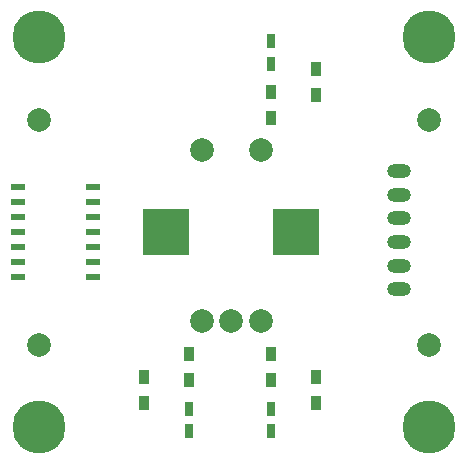
<source format=gts>
G04 #@! TF.FileFunction,Soldermask,Top*
%FSLAX46Y46*%
G04 Gerber Fmt 4.6, Leading zero omitted, Abs format (unit mm)*
G04 Created by KiCad (PCBNEW 4.0.1-stable) date Friday, 17 June 2016 'pmt' 14:58:46*
%MOMM*%
G01*
G04 APERTURE LIST*
%ADD10C,0.100000*%
%ADD11C,4.500000*%
%ADD12R,0.750000X1.200000*%
%ADD13C,2.000000*%
%ADD14O,2.000000X1.200000*%
%ADD15R,0.900000X1.200000*%
%ADD16R,4.000000X4.000000*%
%ADD17R,1.143000X0.508000*%
G04 APERTURE END LIST*
D10*
D11*
X102870000Y-86995000D03*
X102870000Y-120015000D03*
X135890000Y-120015000D03*
D12*
X122555000Y-89215000D03*
X122555000Y-87315000D03*
X122555000Y-118430000D03*
X122555000Y-120330000D03*
X115570000Y-118430000D03*
X115570000Y-120330000D03*
D13*
X102890000Y-94030000D03*
X102890000Y-113030000D03*
X135890000Y-113030000D03*
X135890000Y-94030000D03*
D14*
X133350000Y-98330000D03*
X133350000Y-100330000D03*
X133350000Y-102330000D03*
X133350000Y-104330000D03*
X133350000Y-106330000D03*
X133350000Y-108330000D03*
D15*
X122555000Y-91610000D03*
X122555000Y-93810000D03*
X122555000Y-116035000D03*
X122555000Y-113835000D03*
X115570000Y-116035000D03*
X115570000Y-113835000D03*
X126365000Y-91905000D03*
X126365000Y-89705000D03*
X126365000Y-117940000D03*
X126365000Y-115740000D03*
X111760000Y-117940000D03*
X111760000Y-115740000D03*
D16*
X124665000Y-103505000D03*
X113665000Y-103505000D03*
D13*
X121665000Y-96505000D03*
X116665000Y-96505000D03*
X119165000Y-111005000D03*
X116665000Y-111005000D03*
X121665000Y-111005000D03*
D17*
X107442000Y-107315000D03*
X107442000Y-106045000D03*
X107442000Y-104775000D03*
X107442000Y-103505000D03*
X107442000Y-102235000D03*
X107442000Y-100965000D03*
X107442000Y-99695000D03*
X101092000Y-99695000D03*
X101092000Y-100965000D03*
X101092000Y-103505000D03*
X101092000Y-104775000D03*
X101092000Y-106045000D03*
X101092000Y-107315000D03*
X101092000Y-102235000D03*
D11*
X135890000Y-86995000D03*
M02*

</source>
